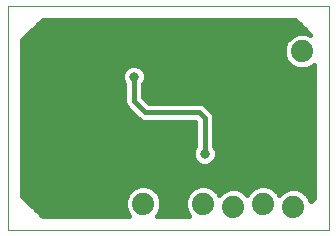
<source format=gbl>
G75*
%MOIN*%
%OFA0B0*%
%FSLAX24Y24*%
%IPPOS*%
%LPD*%
%AMOC8*
5,1,8,0,0,1.08239X$1,22.5*
%
%ADD10C,0.0000*%
%ADD11C,0.0740*%
%ADD12C,0.0160*%
%ADD13C,0.0500*%
%ADD14C,0.0320*%
D10*
X000100Y000100D02*
X000100Y007588D01*
X010785Y007588D01*
X010785Y000100D01*
X000100Y000100D01*
D11*
X004604Y000987D03*
X005604Y000887D03*
X006604Y000987D03*
X007604Y000887D03*
X008604Y000987D03*
X009604Y000887D03*
X009899Y004936D03*
X009899Y006076D03*
D12*
X009554Y006593D02*
X009382Y006421D01*
X009289Y006197D01*
X009289Y005954D01*
X009382Y005730D01*
X009554Y005558D01*
X009778Y005466D01*
X010021Y005466D01*
X010245Y005558D01*
X010305Y005619D01*
X010305Y001195D01*
X010186Y001076D01*
X010121Y001233D01*
X009949Y001405D01*
X009725Y001497D01*
X009483Y001497D01*
X009258Y001405D01*
X009140Y001286D01*
X009121Y001333D01*
X008949Y001505D01*
X008725Y001597D01*
X008483Y001597D01*
X008258Y001505D01*
X008087Y001333D01*
X008068Y001286D01*
X007949Y001405D01*
X007725Y001497D01*
X007483Y001497D01*
X007258Y001405D01*
X007140Y001286D01*
X007121Y001333D01*
X006949Y001505D01*
X006725Y001597D01*
X006483Y001597D01*
X006258Y001505D01*
X006087Y001333D01*
X005994Y001109D01*
X005994Y000866D01*
X006087Y000642D01*
X006149Y000580D01*
X005059Y000580D01*
X005121Y000642D01*
X005214Y000866D01*
X005214Y001109D01*
X005121Y001333D01*
X004949Y001505D01*
X004725Y001597D01*
X004483Y001597D01*
X004258Y001505D01*
X004087Y001333D01*
X003994Y001109D01*
X003994Y000866D01*
X004087Y000642D01*
X004149Y000580D01*
X001250Y000580D01*
X000580Y001250D01*
X000580Y006430D01*
X001258Y007108D01*
X009682Y007108D01*
X010165Y006626D01*
X010021Y006686D01*
X009778Y006686D01*
X009554Y006593D01*
X009451Y006490D02*
X000640Y006490D01*
X000580Y006332D02*
X009345Y006332D01*
X009289Y006173D02*
X000580Y006173D01*
X000580Y006015D02*
X009289Y006015D01*
X009330Y005856D02*
X000580Y005856D01*
X000580Y005698D02*
X009414Y005698D01*
X009600Y005539D02*
X004534Y005539D01*
X004516Y005557D02*
X004369Y005618D01*
X004209Y005618D01*
X004062Y005557D01*
X003950Y005445D01*
X003889Y005298D01*
X003889Y005139D01*
X003950Y004992D01*
X003969Y004972D01*
X003969Y004347D01*
X004018Y004230D01*
X004108Y004140D01*
X004482Y003766D01*
X004599Y003717D01*
X006322Y003717D01*
X006331Y003708D01*
X006331Y002905D01*
X006312Y002886D01*
X006251Y002739D01*
X006251Y002579D01*
X006312Y002432D01*
X006425Y002320D01*
X006572Y002259D01*
X006731Y002259D01*
X006878Y002320D01*
X006990Y002432D01*
X007051Y002579D01*
X007051Y002739D01*
X006990Y002886D01*
X006971Y002905D01*
X006971Y003904D01*
X006922Y004021D01*
X006726Y004218D01*
X006636Y004308D01*
X006518Y004357D01*
X004796Y004357D01*
X004609Y004544D01*
X004609Y004972D01*
X004628Y004992D01*
X004689Y005139D01*
X004689Y005298D01*
X004628Y005445D01*
X004516Y005557D01*
X004655Y005381D02*
X010305Y005381D01*
X010305Y005222D02*
X004689Y005222D01*
X004658Y005064D02*
X010305Y005064D01*
X010305Y004905D02*
X004609Y004905D01*
X004609Y004747D02*
X010305Y004747D01*
X010305Y004588D02*
X004609Y004588D01*
X004723Y004430D02*
X010305Y004430D01*
X010305Y004271D02*
X006673Y004271D01*
X006831Y004113D02*
X010305Y004113D01*
X010305Y003954D02*
X006950Y003954D01*
X006971Y003796D02*
X010305Y003796D01*
X010305Y003637D02*
X006971Y003637D01*
X006971Y003479D02*
X010305Y003479D01*
X010305Y003320D02*
X006971Y003320D01*
X006971Y003162D02*
X010305Y003162D01*
X010305Y003003D02*
X006971Y003003D01*
X007007Y002845D02*
X010305Y002845D01*
X010305Y002686D02*
X007051Y002686D01*
X007030Y002528D02*
X010305Y002528D01*
X010305Y002369D02*
X006927Y002369D01*
X006651Y002659D02*
X006651Y003840D01*
X006454Y004037D01*
X004663Y004037D01*
X004289Y004411D01*
X004289Y005218D01*
X003920Y005064D02*
X000580Y005064D01*
X000580Y005222D02*
X003889Y005222D01*
X003923Y005381D02*
X000580Y005381D01*
X000580Y005539D02*
X004044Y005539D01*
X003969Y004905D02*
X000580Y004905D01*
X000580Y004747D02*
X003969Y004747D01*
X003969Y004588D02*
X000580Y004588D01*
X000580Y004430D02*
X003969Y004430D01*
X004001Y004271D02*
X000580Y004271D01*
X000580Y004113D02*
X004135Y004113D01*
X004293Y003954D02*
X000580Y003954D01*
X000580Y003796D02*
X004452Y003796D01*
X006295Y002845D02*
X000580Y002845D01*
X000580Y003003D02*
X006331Y003003D01*
X006331Y003162D02*
X000580Y003162D01*
X000580Y003320D02*
X006331Y003320D01*
X006331Y003479D02*
X000580Y003479D01*
X000580Y003637D02*
X006331Y003637D01*
X006251Y002686D02*
X000580Y002686D01*
X000580Y002528D02*
X006273Y002528D01*
X006375Y002369D02*
X000580Y002369D01*
X000580Y002211D02*
X010305Y002211D01*
X010305Y002052D02*
X000580Y002052D01*
X000580Y001894D02*
X010305Y001894D01*
X010305Y001735D02*
X000580Y001735D01*
X000580Y001577D02*
X004433Y001577D01*
X004172Y001418D02*
X000580Y001418D01*
X000580Y001260D02*
X004056Y001260D01*
X003994Y001101D02*
X000729Y001101D01*
X000887Y000943D02*
X003994Y000943D01*
X004028Y000784D02*
X001046Y000784D01*
X001204Y000626D02*
X004103Y000626D01*
X005105Y000626D02*
X006103Y000626D01*
X006028Y000784D02*
X005180Y000784D01*
X005214Y000943D02*
X005994Y000943D01*
X005994Y001101D02*
X005214Y001101D01*
X005151Y001260D02*
X006056Y001260D01*
X006172Y001418D02*
X005036Y001418D01*
X004775Y001577D02*
X006433Y001577D01*
X006775Y001577D02*
X008433Y001577D01*
X008172Y001418D02*
X007917Y001418D01*
X007291Y001418D02*
X007036Y001418D01*
X008775Y001577D02*
X010305Y001577D01*
X010305Y001418D02*
X009917Y001418D01*
X010094Y001260D02*
X010305Y001260D01*
X010211Y001101D02*
X010176Y001101D01*
X009291Y001418D02*
X009036Y001418D01*
X010198Y005539D02*
X010305Y005539D01*
X010142Y006649D02*
X010109Y006649D01*
X009983Y006807D02*
X000957Y006807D01*
X001115Y006966D02*
X009825Y006966D01*
X009689Y006649D02*
X000798Y006649D01*
D13*
X005667Y005415D03*
X002714Y000887D03*
D14*
X006651Y002659D03*
X004289Y005218D03*
M02*

</source>
